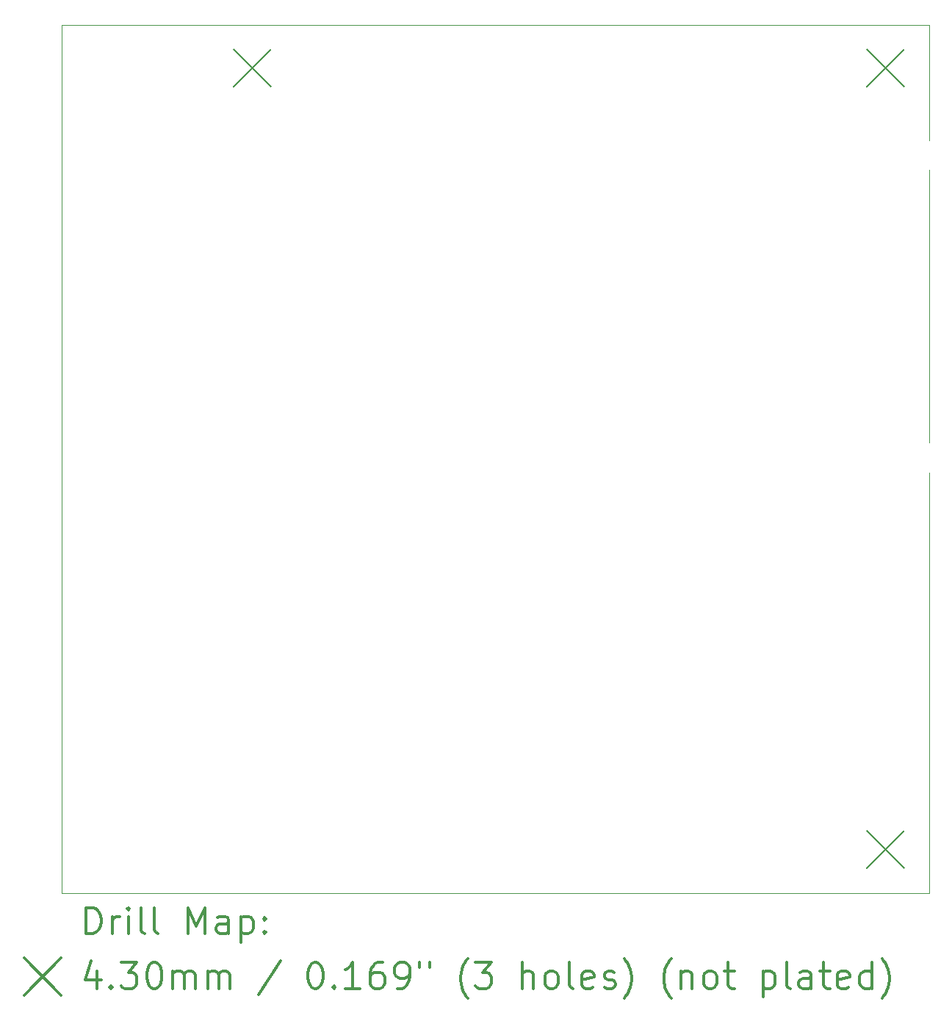
<source format=gbr>
%FSLAX45Y45*%
G04 Gerber Fmt 4.5, Leading zero omitted, Abs format (unit mm)*
G04 Created by KiCad (PCBNEW 5.1.6) date 2020-08-25 15:19:05*
%MOMM*%
%LPD*%
G01*
G04 APERTURE LIST*
%TA.AperFunction,Profile*%
%ADD10C,0.050000*%
%TD*%
%ADD11C,0.200000*%
%ADD12C,0.300000*%
G04 APERTURE END LIST*
D10*
X14505000Y-12355000D02*
X14500000Y-17200000D01*
X14500000Y-8870000D02*
X14505000Y-12015000D01*
X14500000Y-7200000D02*
X14500000Y-8530000D01*
X4500000Y-7200000D02*
X14500000Y-7200000D01*
X14500000Y-17200000D02*
X4500000Y-17200000D01*
X4500000Y-17200000D02*
X4500000Y-7200000D01*
D11*
X13785000Y-7485000D02*
X14215000Y-7915000D01*
X14215000Y-7485000D02*
X13785000Y-7915000D01*
X6485000Y-7485000D02*
X6915000Y-7915000D01*
X6915000Y-7485000D02*
X6485000Y-7915000D01*
X13785000Y-16485000D02*
X14215000Y-16915000D01*
X14215000Y-16485000D02*
X13785000Y-16915000D01*
D12*
X4783928Y-17668214D02*
X4783928Y-17368214D01*
X4855357Y-17368214D01*
X4898214Y-17382500D01*
X4926786Y-17411072D01*
X4941071Y-17439643D01*
X4955357Y-17496786D01*
X4955357Y-17539643D01*
X4941071Y-17596786D01*
X4926786Y-17625357D01*
X4898214Y-17653929D01*
X4855357Y-17668214D01*
X4783928Y-17668214D01*
X5083928Y-17668214D02*
X5083928Y-17468214D01*
X5083928Y-17525357D02*
X5098214Y-17496786D01*
X5112500Y-17482500D01*
X5141071Y-17468214D01*
X5169643Y-17468214D01*
X5269643Y-17668214D02*
X5269643Y-17468214D01*
X5269643Y-17368214D02*
X5255357Y-17382500D01*
X5269643Y-17396786D01*
X5283928Y-17382500D01*
X5269643Y-17368214D01*
X5269643Y-17396786D01*
X5455357Y-17668214D02*
X5426786Y-17653929D01*
X5412500Y-17625357D01*
X5412500Y-17368214D01*
X5612500Y-17668214D02*
X5583928Y-17653929D01*
X5569643Y-17625357D01*
X5569643Y-17368214D01*
X5955357Y-17668214D02*
X5955357Y-17368214D01*
X6055357Y-17582500D01*
X6155357Y-17368214D01*
X6155357Y-17668214D01*
X6426786Y-17668214D02*
X6426786Y-17511072D01*
X6412500Y-17482500D01*
X6383928Y-17468214D01*
X6326786Y-17468214D01*
X6298214Y-17482500D01*
X6426786Y-17653929D02*
X6398214Y-17668214D01*
X6326786Y-17668214D01*
X6298214Y-17653929D01*
X6283928Y-17625357D01*
X6283928Y-17596786D01*
X6298214Y-17568214D01*
X6326786Y-17553929D01*
X6398214Y-17553929D01*
X6426786Y-17539643D01*
X6569643Y-17468214D02*
X6569643Y-17768214D01*
X6569643Y-17482500D02*
X6598214Y-17468214D01*
X6655357Y-17468214D01*
X6683928Y-17482500D01*
X6698214Y-17496786D01*
X6712500Y-17525357D01*
X6712500Y-17611072D01*
X6698214Y-17639643D01*
X6683928Y-17653929D01*
X6655357Y-17668214D01*
X6598214Y-17668214D01*
X6569643Y-17653929D01*
X6841071Y-17639643D02*
X6855357Y-17653929D01*
X6841071Y-17668214D01*
X6826786Y-17653929D01*
X6841071Y-17639643D01*
X6841071Y-17668214D01*
X6841071Y-17482500D02*
X6855357Y-17496786D01*
X6841071Y-17511072D01*
X6826786Y-17496786D01*
X6841071Y-17482500D01*
X6841071Y-17511072D01*
X4067500Y-17947500D02*
X4497500Y-18377500D01*
X4497500Y-17947500D02*
X4067500Y-18377500D01*
X4912500Y-18098214D02*
X4912500Y-18298214D01*
X4841071Y-17983929D02*
X4769643Y-18198214D01*
X4955357Y-18198214D01*
X5069643Y-18269643D02*
X5083928Y-18283929D01*
X5069643Y-18298214D01*
X5055357Y-18283929D01*
X5069643Y-18269643D01*
X5069643Y-18298214D01*
X5183928Y-17998214D02*
X5369643Y-17998214D01*
X5269643Y-18112500D01*
X5312500Y-18112500D01*
X5341071Y-18126786D01*
X5355357Y-18141072D01*
X5369643Y-18169643D01*
X5369643Y-18241072D01*
X5355357Y-18269643D01*
X5341071Y-18283929D01*
X5312500Y-18298214D01*
X5226786Y-18298214D01*
X5198214Y-18283929D01*
X5183928Y-18269643D01*
X5555357Y-17998214D02*
X5583928Y-17998214D01*
X5612500Y-18012500D01*
X5626786Y-18026786D01*
X5641071Y-18055357D01*
X5655357Y-18112500D01*
X5655357Y-18183929D01*
X5641071Y-18241072D01*
X5626786Y-18269643D01*
X5612500Y-18283929D01*
X5583928Y-18298214D01*
X5555357Y-18298214D01*
X5526786Y-18283929D01*
X5512500Y-18269643D01*
X5498214Y-18241072D01*
X5483928Y-18183929D01*
X5483928Y-18112500D01*
X5498214Y-18055357D01*
X5512500Y-18026786D01*
X5526786Y-18012500D01*
X5555357Y-17998214D01*
X5783928Y-18298214D02*
X5783928Y-18098214D01*
X5783928Y-18126786D02*
X5798214Y-18112500D01*
X5826786Y-18098214D01*
X5869643Y-18098214D01*
X5898214Y-18112500D01*
X5912500Y-18141072D01*
X5912500Y-18298214D01*
X5912500Y-18141072D02*
X5926786Y-18112500D01*
X5955357Y-18098214D01*
X5998214Y-18098214D01*
X6026786Y-18112500D01*
X6041071Y-18141072D01*
X6041071Y-18298214D01*
X6183928Y-18298214D02*
X6183928Y-18098214D01*
X6183928Y-18126786D02*
X6198214Y-18112500D01*
X6226786Y-18098214D01*
X6269643Y-18098214D01*
X6298214Y-18112500D01*
X6312500Y-18141072D01*
X6312500Y-18298214D01*
X6312500Y-18141072D02*
X6326786Y-18112500D01*
X6355357Y-18098214D01*
X6398214Y-18098214D01*
X6426786Y-18112500D01*
X6441071Y-18141072D01*
X6441071Y-18298214D01*
X7026786Y-17983929D02*
X6769643Y-18369643D01*
X7412500Y-17998214D02*
X7441071Y-17998214D01*
X7469643Y-18012500D01*
X7483928Y-18026786D01*
X7498214Y-18055357D01*
X7512500Y-18112500D01*
X7512500Y-18183929D01*
X7498214Y-18241072D01*
X7483928Y-18269643D01*
X7469643Y-18283929D01*
X7441071Y-18298214D01*
X7412500Y-18298214D01*
X7383928Y-18283929D01*
X7369643Y-18269643D01*
X7355357Y-18241072D01*
X7341071Y-18183929D01*
X7341071Y-18112500D01*
X7355357Y-18055357D01*
X7369643Y-18026786D01*
X7383928Y-18012500D01*
X7412500Y-17998214D01*
X7641071Y-18269643D02*
X7655357Y-18283929D01*
X7641071Y-18298214D01*
X7626786Y-18283929D01*
X7641071Y-18269643D01*
X7641071Y-18298214D01*
X7941071Y-18298214D02*
X7769643Y-18298214D01*
X7855357Y-18298214D02*
X7855357Y-17998214D01*
X7826786Y-18041072D01*
X7798214Y-18069643D01*
X7769643Y-18083929D01*
X8198214Y-17998214D02*
X8141071Y-17998214D01*
X8112500Y-18012500D01*
X8098214Y-18026786D01*
X8069643Y-18069643D01*
X8055357Y-18126786D01*
X8055357Y-18241072D01*
X8069643Y-18269643D01*
X8083928Y-18283929D01*
X8112500Y-18298214D01*
X8169643Y-18298214D01*
X8198214Y-18283929D01*
X8212500Y-18269643D01*
X8226786Y-18241072D01*
X8226786Y-18169643D01*
X8212500Y-18141072D01*
X8198214Y-18126786D01*
X8169643Y-18112500D01*
X8112500Y-18112500D01*
X8083928Y-18126786D01*
X8069643Y-18141072D01*
X8055357Y-18169643D01*
X8369643Y-18298214D02*
X8426786Y-18298214D01*
X8455357Y-18283929D01*
X8469643Y-18269643D01*
X8498214Y-18226786D01*
X8512500Y-18169643D01*
X8512500Y-18055357D01*
X8498214Y-18026786D01*
X8483928Y-18012500D01*
X8455357Y-17998214D01*
X8398214Y-17998214D01*
X8369643Y-18012500D01*
X8355357Y-18026786D01*
X8341071Y-18055357D01*
X8341071Y-18126786D01*
X8355357Y-18155357D01*
X8369643Y-18169643D01*
X8398214Y-18183929D01*
X8455357Y-18183929D01*
X8483928Y-18169643D01*
X8498214Y-18155357D01*
X8512500Y-18126786D01*
X8626786Y-17998214D02*
X8626786Y-18055357D01*
X8741071Y-17998214D02*
X8741071Y-18055357D01*
X9183928Y-18412500D02*
X9169643Y-18398214D01*
X9141071Y-18355357D01*
X9126786Y-18326786D01*
X9112500Y-18283929D01*
X9098214Y-18212500D01*
X9098214Y-18155357D01*
X9112500Y-18083929D01*
X9126786Y-18041072D01*
X9141071Y-18012500D01*
X9169643Y-17969643D01*
X9183928Y-17955357D01*
X9269643Y-17998214D02*
X9455357Y-17998214D01*
X9355357Y-18112500D01*
X9398214Y-18112500D01*
X9426786Y-18126786D01*
X9441071Y-18141072D01*
X9455357Y-18169643D01*
X9455357Y-18241072D01*
X9441071Y-18269643D01*
X9426786Y-18283929D01*
X9398214Y-18298214D01*
X9312500Y-18298214D01*
X9283928Y-18283929D01*
X9269643Y-18269643D01*
X9812500Y-18298214D02*
X9812500Y-17998214D01*
X9941071Y-18298214D02*
X9941071Y-18141072D01*
X9926786Y-18112500D01*
X9898214Y-18098214D01*
X9855357Y-18098214D01*
X9826786Y-18112500D01*
X9812500Y-18126786D01*
X10126786Y-18298214D02*
X10098214Y-18283929D01*
X10083928Y-18269643D01*
X10069643Y-18241072D01*
X10069643Y-18155357D01*
X10083928Y-18126786D01*
X10098214Y-18112500D01*
X10126786Y-18098214D01*
X10169643Y-18098214D01*
X10198214Y-18112500D01*
X10212500Y-18126786D01*
X10226786Y-18155357D01*
X10226786Y-18241072D01*
X10212500Y-18269643D01*
X10198214Y-18283929D01*
X10169643Y-18298214D01*
X10126786Y-18298214D01*
X10398214Y-18298214D02*
X10369643Y-18283929D01*
X10355357Y-18255357D01*
X10355357Y-17998214D01*
X10626786Y-18283929D02*
X10598214Y-18298214D01*
X10541071Y-18298214D01*
X10512500Y-18283929D01*
X10498214Y-18255357D01*
X10498214Y-18141072D01*
X10512500Y-18112500D01*
X10541071Y-18098214D01*
X10598214Y-18098214D01*
X10626786Y-18112500D01*
X10641071Y-18141072D01*
X10641071Y-18169643D01*
X10498214Y-18198214D01*
X10755357Y-18283929D02*
X10783928Y-18298214D01*
X10841071Y-18298214D01*
X10869643Y-18283929D01*
X10883928Y-18255357D01*
X10883928Y-18241072D01*
X10869643Y-18212500D01*
X10841071Y-18198214D01*
X10798214Y-18198214D01*
X10769643Y-18183929D01*
X10755357Y-18155357D01*
X10755357Y-18141072D01*
X10769643Y-18112500D01*
X10798214Y-18098214D01*
X10841071Y-18098214D01*
X10869643Y-18112500D01*
X10983928Y-18412500D02*
X10998214Y-18398214D01*
X11026786Y-18355357D01*
X11041071Y-18326786D01*
X11055357Y-18283929D01*
X11069643Y-18212500D01*
X11069643Y-18155357D01*
X11055357Y-18083929D01*
X11041071Y-18041072D01*
X11026786Y-18012500D01*
X10998214Y-17969643D01*
X10983928Y-17955357D01*
X11526786Y-18412500D02*
X11512500Y-18398214D01*
X11483928Y-18355357D01*
X11469643Y-18326786D01*
X11455357Y-18283929D01*
X11441071Y-18212500D01*
X11441071Y-18155357D01*
X11455357Y-18083929D01*
X11469643Y-18041072D01*
X11483928Y-18012500D01*
X11512500Y-17969643D01*
X11526786Y-17955357D01*
X11641071Y-18098214D02*
X11641071Y-18298214D01*
X11641071Y-18126786D02*
X11655357Y-18112500D01*
X11683928Y-18098214D01*
X11726786Y-18098214D01*
X11755357Y-18112500D01*
X11769643Y-18141072D01*
X11769643Y-18298214D01*
X11955357Y-18298214D02*
X11926786Y-18283929D01*
X11912500Y-18269643D01*
X11898214Y-18241072D01*
X11898214Y-18155357D01*
X11912500Y-18126786D01*
X11926786Y-18112500D01*
X11955357Y-18098214D01*
X11998214Y-18098214D01*
X12026786Y-18112500D01*
X12041071Y-18126786D01*
X12055357Y-18155357D01*
X12055357Y-18241072D01*
X12041071Y-18269643D01*
X12026786Y-18283929D01*
X11998214Y-18298214D01*
X11955357Y-18298214D01*
X12141071Y-18098214D02*
X12255357Y-18098214D01*
X12183928Y-17998214D02*
X12183928Y-18255357D01*
X12198214Y-18283929D01*
X12226786Y-18298214D01*
X12255357Y-18298214D01*
X12583928Y-18098214D02*
X12583928Y-18398214D01*
X12583928Y-18112500D02*
X12612500Y-18098214D01*
X12669643Y-18098214D01*
X12698214Y-18112500D01*
X12712500Y-18126786D01*
X12726786Y-18155357D01*
X12726786Y-18241072D01*
X12712500Y-18269643D01*
X12698214Y-18283929D01*
X12669643Y-18298214D01*
X12612500Y-18298214D01*
X12583928Y-18283929D01*
X12898214Y-18298214D02*
X12869643Y-18283929D01*
X12855357Y-18255357D01*
X12855357Y-17998214D01*
X13141071Y-18298214D02*
X13141071Y-18141072D01*
X13126786Y-18112500D01*
X13098214Y-18098214D01*
X13041071Y-18098214D01*
X13012500Y-18112500D01*
X13141071Y-18283929D02*
X13112500Y-18298214D01*
X13041071Y-18298214D01*
X13012500Y-18283929D01*
X12998214Y-18255357D01*
X12998214Y-18226786D01*
X13012500Y-18198214D01*
X13041071Y-18183929D01*
X13112500Y-18183929D01*
X13141071Y-18169643D01*
X13241071Y-18098214D02*
X13355357Y-18098214D01*
X13283928Y-17998214D02*
X13283928Y-18255357D01*
X13298214Y-18283929D01*
X13326786Y-18298214D01*
X13355357Y-18298214D01*
X13569643Y-18283929D02*
X13541071Y-18298214D01*
X13483928Y-18298214D01*
X13455357Y-18283929D01*
X13441071Y-18255357D01*
X13441071Y-18141072D01*
X13455357Y-18112500D01*
X13483928Y-18098214D01*
X13541071Y-18098214D01*
X13569643Y-18112500D01*
X13583928Y-18141072D01*
X13583928Y-18169643D01*
X13441071Y-18198214D01*
X13841071Y-18298214D02*
X13841071Y-17998214D01*
X13841071Y-18283929D02*
X13812500Y-18298214D01*
X13755357Y-18298214D01*
X13726786Y-18283929D01*
X13712500Y-18269643D01*
X13698214Y-18241072D01*
X13698214Y-18155357D01*
X13712500Y-18126786D01*
X13726786Y-18112500D01*
X13755357Y-18098214D01*
X13812500Y-18098214D01*
X13841071Y-18112500D01*
X13955357Y-18412500D02*
X13969643Y-18398214D01*
X13998214Y-18355357D01*
X14012500Y-18326786D01*
X14026786Y-18283929D01*
X14041071Y-18212500D01*
X14041071Y-18155357D01*
X14026786Y-18083929D01*
X14012500Y-18041072D01*
X13998214Y-18012500D01*
X13969643Y-17969643D01*
X13955357Y-17955357D01*
M02*

</source>
